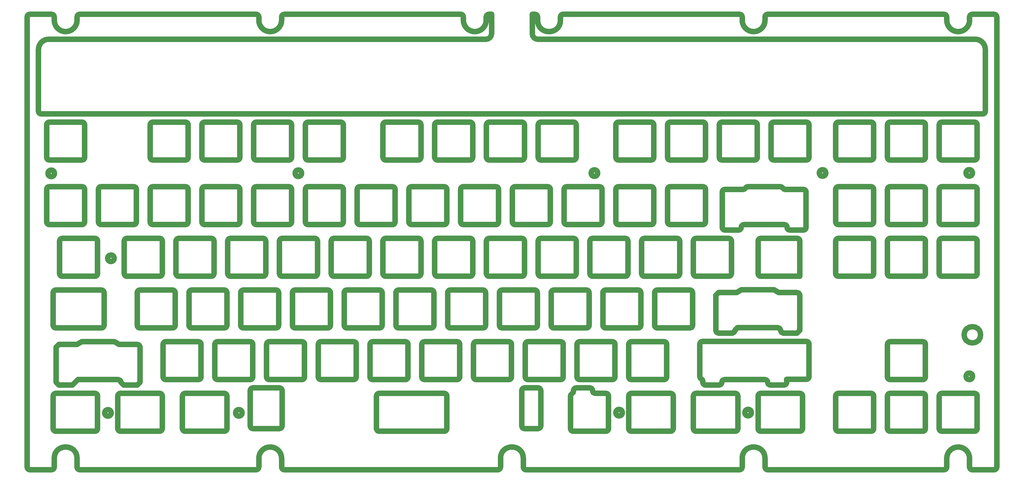
<source format=gbr>
%TF.GenerationSoftware,KiCad,Pcbnew,7.0.5*%
%TF.CreationDate,2023-07-12T21:54:34+02:00*%
%TF.ProjectId,Strata_ANSI,53747261-7461-45f4-914e-53492e6b6963,rev?*%
%TF.SameCoordinates,Original*%
%TF.FileFunction,Soldermask,Bot*%
%TF.FilePolarity,Negative*%
%FSLAX46Y46*%
G04 Gerber Fmt 4.6, Leading zero omitted, Abs format (unit mm)*
G04 Created by KiCad (PCBNEW 7.0.5) date 2023-07-12 21:54:34*
%MOMM*%
%LPD*%
G01*
G04 APERTURE LIST*
%ADD10C,2.000000*%
G04 APERTURE END LIST*
D10*
X30522459Y54269890D02*
X16141201Y54269982D01*
X122010669Y153281862D02*
G75*
G03*
X121010644Y154281869I-1000069J-62D01*
G01*
X221224034Y193040597D02*
G75*
G03*
X220224049Y194040434I-999934J-97D01*
G01*
X118535491Y130469416D02*
G75*
G03*
X117535484Y129469377I9J-1000016D01*
G01*
X192447667Y73318870D02*
X180447661Y73318947D01*
X130535497Y130469295D02*
X118535491Y130469372D01*
X-17102293Y97420186D02*
G75*
G03*
X-16102286Y98420211I-7J1000014D01*
G01*
X287697993Y116468288D02*
G75*
G03*
X288698000Y117468282I-38J1000045D01*
G01*
X-14721163Y78370156D02*
G75*
G03*
X-13721156Y79370185I63J999944D01*
G01*
X304946043Y193039725D02*
X304946238Y191840603D01*
X227072846Y98418664D02*
X227072922Y110418670D01*
X111484913Y40269380D02*
G75*
G03*
X112484920Y41269362I-13J1000020D01*
G01*
X287698145Y140280800D02*
G75*
G03*
X288698152Y141280795I33J999974D01*
G01*
X103247524Y60319431D02*
G75*
G03*
X104247530Y59319424I1000076J69D01*
G01*
X94722736Y92369502D02*
X106722742Y92369426D01*
X145939667Y184840902D02*
X306964188Y184839877D01*
X201972704Y78368812D02*
X189972698Y78368889D01*
X12472608Y79370019D02*
X12472685Y91370025D01*
X306748244Y154280687D02*
X294748238Y154280763D01*
X87672643Y78369550D02*
G75*
G03*
X88672650Y79369534I57J999950D01*
G01*
X69622669Y91369662D02*
G75*
G03*
X68622722Y92369669I-999969J38D01*
G01*
X42335601Y154282406D02*
G75*
G03*
X41335594Y153282375I-1J-1000006D01*
G01*
X31522711Y91369904D02*
G75*
G03*
X30522701Y92369911I-1000111J-104D01*
G01*
X-1814580Y129470137D02*
X-1814657Y117470130D01*
X141639376Y26074346D02*
X220223725Y26073845D01*
X74385536Y141282158D02*
X74385612Y153282165D01*
X166135021Y55269028D02*
G75*
G03*
X167135032Y54269021I1000079J72D01*
G01*
X149585419Y116469174D02*
G75*
G03*
X150585426Y117469161I-19J1000026D01*
G01*
X50834887Y41269806D02*
G75*
G03*
X51834894Y42269748I13J999994D01*
G01*
X78147516Y59319577D02*
G75*
G03*
X79147523Y60319584I-116J1000123D01*
G01*
X31810240Y98419906D02*
X31810317Y110419913D01*
X-32483589Y91370311D02*
X-32483666Y79370305D01*
X155347613Y72319106D02*
G75*
G03*
X154347647Y73319113I-1000113J-106D01*
G01*
X47097589Y73319818D02*
G75*
G03*
X46097582Y72319801I11J-1000018D01*
G01*
X-34864666Y117470341D02*
G75*
G03*
X-33864680Y116470334I1000066J59D01*
G01*
X212517778Y76454092D02*
X211810572Y76746745D01*
X244837334Y59409633D02*
X237604353Y59409628D01*
X169922770Y91369023D02*
X169922694Y79369017D01*
X-487575Y58331692D02*
X-1487235Y57331353D01*
X198210406Y110418854D02*
X198210330Y98418847D01*
X287697630Y59318257D02*
G75*
G03*
X288697636Y60318251I92J999914D01*
G01*
X155635505Y129469135D02*
X155635428Y117469128D01*
X193447570Y72318863D02*
G75*
G03*
X192447667Y73318870I-999970J37D01*
G01*
X60097589Y72319712D02*
X60097513Y60319705D01*
X225785700Y154281202D02*
X213785694Y154281278D01*
X192447578Y59318915D02*
G75*
G03*
X193447585Y60318857I22J999985D01*
G01*
X223310547Y130468705D02*
X235310554Y130468628D01*
X106722653Y78369419D02*
X94722647Y78369495D01*
X101960272Y97419421D02*
G75*
G03*
X102960279Y98419453I28J999979D01*
G01*
X229623210Y30274500D02*
G75*
G03*
X221223210Y30273131I-4200000J-700D01*
G01*
X185210406Y111418937D02*
X197210412Y111418861D01*
X296546238Y191839234D02*
G75*
G03*
X304946238Y191840603I4200000J592D01*
G01*
X4235492Y140282604D02*
X16235498Y140282528D01*
X178160313Y97418974D02*
X166160306Y97419051D01*
X195828791Y53268838D02*
X195828715Y41268832D01*
X-14814581Y130470220D02*
X-2814575Y130470144D01*
X65147516Y60319673D02*
X65147592Y72319680D01*
X189972787Y92368920D02*
G75*
G03*
X188972780Y91368902I13J-1000020D01*
G01*
X61385612Y154282295D02*
G75*
G03*
X60385605Y153282254I-12J-999995D01*
G01*
X228072476Y40268626D02*
X242453734Y40268534D01*
X175685522Y130468985D02*
G75*
G03*
X174685515Y129469014I-122J-999885D01*
G01*
X204259963Y40268777D02*
X218641221Y40268686D01*
X145902242Y191840193D02*
G75*
G03*
X154302238Y191841562I4199998J687D01*
G01*
X178160313Y97418880D02*
G75*
G03*
X179160320Y98418968I-113J1000120D01*
G01*
X309746013Y157280669D02*
X-36866674Y157282875D01*
X108010281Y98419421D02*
X108010358Y110419428D01*
X31522376Y41269877D02*
X31522453Y53269883D01*
X-31983066Y135376348D02*
G75*
G03*
X-31983066Y135376348I-1200000J0D01*
G01*
X154302043Y193040684D02*
X154302238Y191841562D01*
X165160351Y98419058D02*
G75*
G03*
X166160306Y97419051I1000049J42D01*
G01*
X112484975Y53269368D02*
G75*
G03*
X111485002Y54269375I-999975J32D01*
G01*
X-7671312Y54270133D02*
X6709946Y54270042D01*
X136585418Y117469250D02*
X136585494Y129469256D01*
X306748155Y140280679D02*
G75*
G03*
X307748162Y141280673I32J999975D01*
G01*
X193447585Y60318857D02*
X193447661Y72318863D01*
X101960361Y111419467D02*
X89960354Y111419543D01*
X144822674Y78369220D02*
G75*
G03*
X145822680Y79369170I26J999980D01*
G01*
X128060375Y111419301D02*
X140060381Y111419224D01*
X-22666648Y194041954D02*
G75*
G03*
X-23666654Y193041817I48J-1000054D01*
G01*
X-6487235Y57329653D02*
X-7487574Y58329313D01*
X211513019Y90453752D02*
X212512679Y91454092D01*
X219641293Y53268686D02*
G75*
G03*
X218641310Y54268693I-999993J14D01*
G01*
X158575634Y54166803D02*
G75*
G03*
X158016271Y53269079I440666J-897703D01*
G01*
X193735677Y153281405D02*
X193735600Y141281399D01*
X-34864675Y117470341D02*
X-34864598Y129470347D01*
X306748003Y116468166D02*
G75*
G03*
X307748010Y117468161I-40J1000047D01*
G01*
X123297630Y73319277D02*
G75*
G03*
X122297623Y72319316I-130J-999877D01*
G01*
X255648210Y153281011D02*
X255648134Y141281005D01*
X140078680Y42269187D02*
G75*
G03*
X141078685Y41269180I1000020J13D01*
G01*
X23285439Y130469978D02*
X35285446Y130469901D01*
X126772805Y91369298D02*
G75*
G03*
X125772752Y92369305I-1000105J-98D01*
G01*
X160397644Y72319074D02*
X160397567Y60319067D01*
X268648223Y154280929D02*
X256648217Y154281006D01*
X293747594Y53268215D02*
X293747518Y41268208D01*
X159110303Y97419091D02*
G75*
G03*
X160110309Y98419090I-103J1000109D01*
G01*
X226785618Y141281189D02*
X226785695Y153281195D01*
X78147516Y59319590D02*
X66147510Y59319666D01*
X306747519Y40268125D02*
G75*
G03*
X307747525Y41268119I-38J1000044D01*
G01*
X-23666654Y193041817D02*
X-23666459Y191842695D01*
X159110303Y97419095D02*
X147110296Y97419172D01*
X16141112Y40269974D02*
X30522369Y40269883D01*
X256647944Y111418463D02*
G75*
G03*
X255647937Y110418488I56J-1000063D01*
G01*
X147078778Y55269149D02*
X147078695Y42269142D01*
X102960590Y153281983D02*
G75*
G03*
X101960633Y154281990I-999990J17D01*
G01*
X27047409Y60319916D02*
G75*
G03*
X28047489Y59319909I999991J-16D01*
G01*
X234393097Y78461528D02*
X219517098Y78456472D01*
X-41062442Y194042148D02*
G75*
G03*
X-42062448Y193041934I42J-1000048D01*
G01*
X118577541Y191840368D02*
X118577345Y193041250D01*
X89960354Y111419553D02*
G75*
G03*
X88960347Y110419549I46J-1000053D01*
G01*
X141060324Y110419217D02*
G75*
G03*
X140060381Y111419224I-999924J83D01*
G01*
X175685584Y140281513D02*
X187685591Y140281437D01*
X187685528Y130468931D02*
X175685522Y130469008D01*
X-6289758Y98420148D02*
G75*
G03*
X-5289786Y97420142I1000058J52D01*
G01*
X220084484Y91956665D02*
X220950339Y92456960D01*
X-22666972Y26075392D02*
X42255028Y26074978D01*
X287697719Y73318264D02*
X275697712Y73318341D01*
X217260439Y110418732D02*
G75*
G03*
X216260422Y111418739I-999939J68D01*
G01*
X174685666Y153281527D02*
X174685590Y141281520D01*
X269647945Y110418399D02*
X269647869Y98418393D01*
X70910255Y97419657D02*
X82910261Y97419580D01*
X294748238Y154280763D02*
G75*
G03*
X293748231Y153280769I83J-1000090D01*
G01*
X-8671374Y41270133D02*
G75*
G03*
X-7671401Y40270126I1000074J67D01*
G01*
X112772663Y79369381D02*
X112772739Y91369387D01*
X269647581Y53268368D02*
X269647505Y41268362D01*
X52655352Y194041554D02*
G75*
G03*
X51655346Y193041338I48J-1000054D01*
G01*
X307748162Y141280673D02*
X307748238Y153280680D01*
X175685433Y116469000D02*
X187685439Y116468924D01*
X86578620Y41269527D02*
G75*
G03*
X87578650Y40269520I1000080J73D01*
G01*
X142347551Y59319182D02*
X154347558Y59319105D01*
X128939279Y194041015D02*
X127977352Y194041021D01*
X226785602Y153281195D02*
G75*
G03*
X225785700Y154281202I-1000002J5D01*
G01*
X234682729Y91461627D02*
X241388678Y91463906D01*
X127060293Y98419300D02*
G75*
G03*
X128060286Y97419293I1000007J0D01*
G01*
X12760220Y98420027D02*
G75*
G03*
X13760224Y97420020I1000080J73D01*
G01*
X54335519Y140282274D02*
G75*
G03*
X55335526Y141282280I-119J1000126D01*
G01*
X-32483602Y79370305D02*
G75*
G03*
X-31483672Y78370298I999902J-105D01*
G01*
X219641228Y41268680D02*
X219641304Y53268686D01*
X188685644Y153281437D02*
G75*
G03*
X187685680Y154281444I-999944J63D01*
G01*
X73385618Y154282172D02*
X61385612Y154282248D01*
X275697623Y59318333D02*
X287697630Y59318257D01*
X150872631Y79369138D02*
G75*
G03*
X151872677Y78369131I1000069J62D01*
G01*
X73385377Y116469616D02*
G75*
G03*
X74385384Y117469645I23J999984D01*
G01*
X212728326Y57318667D02*
G75*
G03*
X213728333Y58318727I74J999933D01*
G01*
X125772663Y78369330D02*
G75*
G03*
X126772670Y79369292I37J999970D01*
G01*
X94722736Y92369471D02*
G75*
G03*
X93722729Y91369508I-136J-999871D01*
G01*
X73385377Y116469651D02*
X61385371Y116469728D01*
X274698220Y153280890D02*
X274698144Y141280884D01*
X121010282Y97419338D02*
X109010275Y97419414D01*
X60385328Y117469735D02*
G75*
G03*
X61385371Y116469728I1000072J65D01*
G01*
X-34084499Y184842048D02*
X126939220Y184841023D01*
X66147599Y73319708D02*
G75*
G03*
X65147592Y72319680I1J-1000008D01*
G01*
X274697705Y72318346D02*
X274697629Y60318340D01*
X-21864674Y116470267D02*
G75*
G03*
X-20864667Y117470252I74J999933D01*
G01*
X154347558Y59319136D02*
G75*
G03*
X155347564Y60319099I42J999964D01*
G01*
X150585502Y129469167D02*
X150585426Y117469161D01*
X180447539Y54268936D02*
X194828797Y54268845D01*
X288697713Y72318257D02*
G75*
G03*
X287697719Y73318264I-999969J38D01*
G01*
X195828745Y53268838D02*
G75*
G03*
X194828797Y54268845I-999945J62D01*
G01*
X117247655Y72319348D02*
G75*
G03*
X116247626Y73319355I-999955J52D01*
G01*
X275697955Y111418362D02*
G75*
G03*
X274697948Y110418367I55J-1000062D01*
G01*
X237604353Y59409628D02*
X237604346Y58318575D01*
X-29102299Y97420293D02*
X-17102293Y97420217D01*
X244835622Y140281073D02*
X232835615Y140281150D01*
X220950339Y92456960D02*
X232950338Y92461038D01*
X131535495Y129469288D02*
G75*
G03*
X130535497Y130469295I-999995J12D01*
G01*
X30522369Y40269924D02*
G75*
G03*
X31522376Y41269877I31J999976D01*
G01*
X188685446Y117468918D02*
X188685522Y129468925D01*
X18522694Y92370012D02*
G75*
G03*
X17522688Y91369993I6J-1000012D01*
G01*
X51834962Y55269755D02*
G75*
G03*
X50834982Y56269762I-999962J45D01*
G01*
X111485398Y116469395D02*
G75*
G03*
X112485405Y117469403I-98J1000105D01*
G01*
X50860278Y98419785D02*
G75*
G03*
X51860245Y97419778I999922J-85D01*
G01*
X236176628Y129968652D02*
G75*
G03*
X235310554Y130468628I-866028J-500052D01*
G01*
X255647865Y98418482D02*
G75*
G03*
X256647855Y97418475I999975J-32D01*
G01*
X132822756Y92369251D02*
G75*
G03*
X131822749Y91369266I44J-1000051D01*
G01*
X268647983Y116468410D02*
G75*
G03*
X269647990Y117468403I-33J1000040D01*
G01*
X88672650Y79369534D02*
X88672726Y91369540D01*
X-17102567Y54270193D02*
X-31483825Y54270285D01*
X206643553Y73409646D02*
G75*
G03*
X205643554Y72409613I47J-1000046D01*
G01*
X187685680Y154281444D02*
X175685673Y154281521D01*
X214872537Y129468758D02*
X221578489Y129468715D01*
X-30368332Y72321537D02*
X-23662383Y72323816D01*
X165160312Y98419058D02*
X165160389Y110419064D01*
X44810241Y97419823D02*
X32810234Y97419899D01*
X11472691Y92370032D02*
X-527316Y92370109D01*
X234393097Y78461528D02*
X235100303Y78168875D01*
X288698152Y141280795D02*
X288698228Y153280801D01*
X108010314Y98419421D02*
G75*
G03*
X109010275Y97419414I999886J-121D01*
G01*
X165135044Y56269035D02*
X160135041Y56269067D01*
X294747965Y111418240D02*
X306747971Y111418164D01*
X-14814581Y130470188D02*
G75*
G03*
X-15814588Y129470226I-19J-999988D01*
G01*
X79147598Y72319591D02*
G75*
G03*
X78147605Y73319598I-999998J9D01*
G01*
X242456236Y97419029D02*
X229455924Y97418648D01*
X51834976Y55269755D02*
X51834894Y42269748D01*
X206735601Y140281292D02*
G75*
G03*
X207735608Y141281310I-101J1000108D01*
G01*
X-30363233Y57321538D02*
X-31363573Y58321198D01*
X85197609Y73319598D02*
G75*
G03*
X84197602Y72319559I-9J-999998D01*
G01*
X40078637Y42269823D02*
X40078720Y55269830D01*
X-20864439Y153282771D02*
X-20864516Y141282764D01*
X40078616Y42269823D02*
G75*
G03*
X41078631Y41269816I999884J-123D01*
G01*
X116247537Y59319348D02*
X104247530Y59319424D01*
X204260416Y111418816D02*
X216260422Y111418739D01*
X231835650Y141281156D02*
G75*
G03*
X232835615Y140281150I1000050J44D01*
G01*
X-31483825Y54270332D02*
G75*
G03*
X-32483832Y53270291I25J-1000032D01*
G01*
X172016202Y41268983D02*
X172016279Y53268990D01*
X243453842Y53268535D02*
G75*
G03*
X242453823Y54268542I-999942J65D01*
G01*
X-8671395Y41270133D02*
X-8671319Y53270139D01*
X17235505Y141282522D02*
X17235581Y153282528D01*
X202972788Y91368813D02*
X202972711Y79368807D01*
X245835681Y153281074D02*
G75*
G03*
X244835711Y154281081I-999981J26D01*
G01*
X174685515Y129469014D02*
X174685439Y117469007D01*
X218641310Y54268693D02*
X204260052Y54268785D01*
X55335602Y153282286D02*
X55335526Y141282280D01*
X252016898Y135518194D02*
G75*
G03*
X252016898Y135518194I-1200000J0D01*
G01*
X151872766Y92369140D02*
G75*
G03*
X150872760Y91369145I34J-1000040D01*
G01*
X189972787Y92368896D02*
X201972794Y92368820D01*
X305946049Y194039888D02*
G75*
G03*
X304946043Y193039725I46J-1000052D01*
G01*
X122297603Y60319310D02*
G75*
G03*
X123297541Y59319303I999897J-110D01*
G01*
X242095884Y91171253D02*
X242389018Y90464246D01*
X160397560Y60319067D02*
G75*
G03*
X161397561Y59319060I1000040J33D01*
G01*
X-527316Y92370123D02*
G75*
G03*
X-1527323Y91370114I16J-1000023D01*
G01*
X221224242Y191839714D02*
G75*
G03*
X229624238Y191841082I4199998J616D01*
G01*
X109010637Y154281970D02*
G75*
G03*
X108010630Y153281951I-37J-999970D01*
G01*
X147110569Y140281695D02*
X159110575Y140281619D01*
X146078688Y41269148D02*
X141078685Y41269180D01*
X268648072Y130468416D02*
X256648065Y130468493D01*
X4235429Y130470099D02*
X16235436Y130470022D01*
X84197526Y60319552D02*
X84197602Y72319559D01*
X212728326Y57318733D02*
X207728324Y57318764D01*
X64860258Y98419696D02*
X64860334Y110419702D01*
X212785687Y153281284D02*
X212785611Y141281278D01*
X143939725Y194040920D02*
X143939680Y186840914D01*
X205643562Y60409606D02*
X205643554Y72409613D01*
X-2814664Y116470057D02*
G75*
G03*
X-1814657Y117470130I64J999943D01*
G01*
X-29102210Y111420317D02*
G75*
G03*
X-30102217Y110420306I10J-1000017D01*
G01*
X274697871Y98418361D02*
X274697948Y110418367D01*
X61385522Y140282240D02*
X73385529Y140282164D01*
X242453823Y54268542D02*
X228072565Y54268633D01*
X31522490Y53269883D02*
G75*
G03*
X30522459Y54269890I-1000090J-83D01*
G01*
X-9930673Y73328484D02*
X-9064477Y72828778D01*
X27047571Y72319922D02*
X27047495Y60319916D01*
X269648141Y141280916D02*
X269648218Y153280922D01*
X309746013Y157280669D02*
G75*
G03*
X310746019Y158280663I-58J1000064D01*
G01*
X243453741Y41268528D02*
X243453817Y53268535D01*
X188972689Y79368896D02*
G75*
G03*
X189972698Y78368889I1000011J4D01*
G01*
X255647985Y117468492D02*
G75*
G03*
X256647976Y116468485I999975J-32D01*
G01*
X256647976Y116468485D02*
X268647983Y116468409D01*
X104247620Y73319487D02*
G75*
G03*
X103247613Y72319437I-20J-999987D01*
G01*
X132822667Y78369252D02*
X144822674Y78369176D01*
X118535402Y116469364D02*
X130535408Y116469288D01*
X145822784Y91369177D02*
G75*
G03*
X144822763Y92369184I-1000084J-77D01*
G01*
X206728329Y58318771D02*
X206728331Y58631300D01*
X194735532Y130468875D02*
G75*
G03*
X193735525Y129468892I-132J-999875D01*
G01*
X-33864440Y154282847D02*
G75*
G03*
X-34864447Y153282860I40J-1000047D01*
G01*
X218517438Y77456132D02*
X218224785Y76748925D01*
X-33864591Y130470298D02*
G75*
G03*
X-34864598Y129470347I-9J-999998D01*
G01*
X41335518Y141282369D02*
X41335594Y153282375D01*
X166160395Y111419058D02*
X178160402Y111418982D01*
X-23667513Y30276112D02*
G75*
G03*
X-32067487Y30274743I-4199987J-712D01*
G01*
X193735449Y117468886D02*
X193735525Y129468892D01*
X182922783Y92368941D02*
X170922777Y92369018D01*
X211810572Y76746745D02*
X211517438Y77453753D01*
X229623779Y27073616D02*
G75*
G03*
X230623725Y26073779I999921J84D01*
G01*
X179160396Y110418975D02*
X179160320Y98418968D01*
X-16102649Y41270180D02*
X-16102573Y53270187D01*
X135297547Y59319246D02*
G75*
G03*
X136297554Y60319221I53J999954D01*
G01*
X287697872Y97418277D02*
X275697865Y97418354D01*
X122010365Y110419339D02*
X122010289Y98419332D01*
X51860245Y97419778D02*
X63860251Y97419702D01*
X51655346Y193041338D02*
X51655541Y191842216D01*
X161397561Y59319060D02*
X173397568Y59318984D01*
X174685613Y141281520D02*
G75*
G03*
X175685584Y140281513I999887J-120D01*
G01*
X36285614Y153282407D02*
G75*
G03*
X35285597Y154282414I-1000114J-107D01*
G01*
X236748466Y116468612D02*
X221872458Y116468706D01*
X173397568Y59319025D02*
G75*
G03*
X174397575Y60318978I32J999975D01*
G01*
X185210406Y111418901D02*
G75*
G03*
X184210399Y110418943I-6J-1000001D01*
G01*
X255647497Y41268451D02*
X255647574Y53268457D01*
X188685598Y141281431D02*
X188685674Y153281437D01*
X88672747Y91369540D02*
G75*
G03*
X87672732Y92369547I-999947J60D01*
G01*
X8997568Y73320039D02*
G75*
G03*
X7997561Y72320043I32J-1000039D01*
G01*
X172016296Y53268990D02*
G75*
G03*
X171016284Y54268996I-1000096J-90D01*
G01*
X82910350Y111419588D02*
X70910344Y111419664D01*
X-16102176Y110420217D02*
G75*
G03*
X-17102204Y111420224I-999924J83D01*
G01*
X183922701Y79368928D02*
X183922777Y91368934D01*
X52655028Y26074912D02*
X131239376Y26074412D01*
X74672616Y79369623D02*
G75*
G03*
X75672636Y78369616I999884J-123D01*
G01*
X231835621Y141281156D02*
X231835697Y153281163D01*
X88960235Y98419542D02*
G75*
G03*
X89960265Y97419535I1000065J58D01*
G01*
X194735684Y154281423D02*
G75*
G03*
X193735677Y153281405I16J-1000023D01*
G01*
X220224049Y194040434D02*
X155302049Y194040847D01*
X-32066541Y191841326D02*
G75*
G03*
X-23666459Y191842695I4200041J674D01*
G01*
X107722736Y91369419D02*
X107722660Y79369413D01*
X-33066972Y26075466D02*
G75*
G03*
X-32066966Y27075621I72J999934D01*
G01*
X287698234Y154280808D02*
X275698227Y154280884D01*
X45810324Y110419823D02*
X45810248Y98419817D01*
X206735690Y154281323D02*
X194735684Y154281399D01*
X293748231Y153280769D02*
X293748154Y141280762D01*
X244748546Y128468567D02*
X244748464Y115468560D01*
X145902013Y193041076D02*
G75*
G03*
X144902049Y194040913I-1000113J-276D01*
G01*
X234682729Y91461627D02*
X233816534Y91961333D01*
X136297630Y72319227D02*
X136297554Y60319221D01*
X103247536Y60319431D02*
X103247613Y72319437D01*
X269647990Y117468403D02*
X269648066Y129468409D01*
X87578739Y54269527D02*
X111485002Y54269375D01*
X243748457Y114468566D02*
X238748454Y114468598D01*
X-1814556Y129470137D02*
G75*
G03*
X-2814575Y130470144I-999944J63D01*
G01*
X99485392Y116469485D02*
X111485398Y116469409D01*
X-32066654Y193042209D02*
G75*
G03*
X-33066648Y194042046I-999946J-109D01*
G01*
X16235498Y140282495D02*
G75*
G03*
X17235505Y141282522I2J1000005D01*
G01*
X220223725Y26073869D02*
G75*
G03*
X221223731Y27074008I-25J1000031D01*
G01*
X118577539Y191840368D02*
G75*
G03*
X126977541Y191841737I4200001J682D01*
G01*
X20997575Y73319961D02*
X8997568Y73320038D01*
X164872762Y91369056D02*
G75*
G03*
X163872773Y92369062I-999962J44D01*
G01*
X256648217Y154280990D02*
G75*
G03*
X255648210Y153281011I-117J-999890D01*
G01*
X150872683Y79369138D02*
X150872760Y91369145D01*
X98485385Y117469492D02*
G75*
G03*
X99485392Y116469485I1000015J8D01*
G01*
X-9995844Y104062566D02*
G75*
G03*
X-9995844Y104062566I-1200000J0D01*
G01*
X160110626Y153281619D02*
G75*
G03*
X159110664Y154281626I-999926J81D01*
G01*
X51654512Y30275632D02*
X51655034Y27074749D01*
X17522580Y79369987D02*
G75*
G03*
X18522605Y78369980I1000020J13D01*
G01*
X74672718Y91369630D02*
X74672642Y79369623D01*
X236176580Y129968625D02*
G75*
G03*
X237042599Y129468617I866020J499975D01*
G01*
X288698076Y129468288D02*
G75*
G03*
X287698082Y130468295I-1000047J-40D01*
G01*
X93435395Y117469524D02*
X93435471Y129469531D01*
X236604339Y57318554D02*
G75*
G03*
X237604346Y58318575I61J999946D01*
G01*
X145822680Y79369170D02*
X145822757Y91369177D01*
X102960267Y110419460D02*
G75*
G03*
X101960361Y111419467I-999967J40D01*
G01*
X156635511Y130469095D02*
G75*
G03*
X155635505Y129469135I-11J-999995D01*
G01*
X135297547Y59319226D02*
X123297541Y59319303D01*
X127060616Y141281823D02*
G75*
G03*
X128060558Y140281816I999884J-123D01*
G01*
X230604313Y58318619D02*
G75*
G03*
X231604337Y57318613I999887J-119D01*
G01*
X307747966Y110418157D02*
X307747889Y98418150D01*
X229624043Y193040205D02*
X229624238Y191841082D01*
X244748574Y128468567D02*
G75*
G03*
X243748552Y129468574I-1000074J-67D01*
G01*
X22285483Y141282490D02*
G75*
G03*
X23285502Y140282483I1000017J10D01*
G01*
X174397692Y72318985D02*
G75*
G03*
X173397657Y73318992I-1000092J-85D01*
G01*
X3235404Y141282611D02*
G75*
G03*
X4235492Y140282604I999996J-11D01*
G01*
X217260417Y110418732D02*
X217260340Y98418726D01*
X-17102656Y40270149D02*
G75*
G03*
X-16102649Y41270180I56J999951D01*
G01*
X294748149Y140280756D02*
X306748155Y140280679D01*
X255648059Y129468499D02*
X255647982Y117468492D01*
X229623210Y30274500D02*
X229623731Y27073616D01*
X204260052Y54268755D02*
G75*
G03*
X203260045Y53268791I48J-1000055D01*
G01*
X141347582Y60319188D02*
G75*
G03*
X142347551Y59319182I999918J-88D01*
G01*
X79435406Y117469613D02*
G75*
G03*
X80435381Y116469606I999894J-113D01*
G01*
X-31483583Y92370289D02*
G75*
G03*
X-32483589Y91370311I-17J-999989D01*
G01*
X155635422Y117469128D02*
G75*
G03*
X156635422Y116469122I1000078J72D01*
G01*
X275698138Y140280877D02*
X287698145Y140280800D01*
X102960279Y98419453D02*
X102960355Y110419460D01*
X159016189Y40269065D02*
X171016195Y40268989D01*
X54335367Y116469772D02*
X42335361Y116469849D01*
X56622715Y92369792D02*
G75*
G03*
X55622708Y91369751I-15J-999992D01*
G01*
X306747608Y54268133D02*
X294747601Y54268209D01*
X101960544Y140281949D02*
G75*
G03*
X102960551Y141281976I56J999951D01*
G01*
X41047540Y72319833D02*
G75*
G03*
X40047585Y73319840I-999940J67D01*
G01*
X235686570Y76754861D02*
X235393437Y77461868D01*
X314960000Y193040000D02*
G75*
G03*
X313960006Y194039837I-999931J-94D01*
G01*
X274697629Y60318340D02*
G75*
G03*
X275697623Y59318333I1000095J88D01*
G01*
X194828708Y40268837D02*
X180447450Y40268929D01*
X306747882Y97418156D02*
G75*
G03*
X307747889Y98418150I3J1000004D01*
G01*
X127060564Y141281823D02*
X127060641Y153281830D01*
X112485516Y129469409D02*
G75*
G03*
X111485487Y130469416I-1000116J-109D01*
G01*
X50572690Y91369783D02*
G75*
G03*
X49572711Y92369790I-999990J17D01*
G01*
X179447456Y41268936D02*
X179447533Y53268942D01*
X88960559Y141282066D02*
G75*
G03*
X89960538Y140282059I999941J-66D01*
G01*
X-23667488Y30276112D02*
X-23666966Y27075229D01*
X59016922Y135421799D02*
G75*
G03*
X59016922Y135421799I-1200000J0D01*
G01*
X268647862Y97418401D02*
G75*
G03*
X269647869Y98418393I8J999999D01*
G01*
X160110403Y110419096D02*
G75*
G03*
X159110392Y111419103I-1000103J-96D01*
G01*
X-14721073Y92370199D02*
X-31483583Y92370306D01*
X218224785Y76748925D02*
X217517778Y76455792D01*
X296546043Y193040117D02*
G75*
G03*
X295546049Y194039954I-1000001J-164D01*
G01*
X256647581Y54268452D02*
X268647587Y54268375D01*
X20997486Y59320008D02*
G75*
G03*
X21997492Y60319948I14J999992D01*
G01*
X184210322Y98418936D02*
X184210399Y110418943D01*
X60385605Y153282254D02*
X60385528Y141282247D01*
X89960627Y154282080D02*
G75*
G03*
X88960620Y153282072I-27J-999980D01*
G01*
X7710273Y110420066D02*
G75*
G03*
X6710309Y111420073I-999973J34D01*
G01*
X28047578Y73319929D02*
G75*
G03*
X27047571Y72319922I22J-1000029D01*
G01*
X45810330Y110419823D02*
G75*
G03*
X44810330Y111419830I-999930J77D01*
G01*
X-785127Y72038699D02*
X-491993Y71331692D01*
X207735510Y129468803D02*
G75*
G03*
X206735539Y130468810I-1000110J-103D01*
G01*
X269647585Y53268368D02*
G75*
G03*
X268647587Y54268375I-1000015J-8D01*
G01*
X97197527Y59319466D02*
G75*
G03*
X98197534Y60319463I73J999934D01*
G01*
X17235535Y153282528D02*
G75*
G03*
X16235587Y154282535I-999935J72D01*
G01*
X117535364Y117469371D02*
G75*
G03*
X118535402Y116469364I1000036J29D01*
G01*
X245837325Y72409641D02*
X245837334Y60409634D01*
X17235422Y129470016D02*
G75*
G03*
X16235436Y130470022I-999922J84D01*
G01*
X98485474Y129469499D02*
X98485397Y117469492D01*
X-8198282Y72329072D02*
X-9064477Y72828778D01*
X216260333Y97418660D02*
G75*
G03*
X217260340Y98418726I67J999940D01*
G01*
X255647544Y41268451D02*
G75*
G03*
X256647492Y40268444I1000056J49D01*
G01*
X35285508Y140282385D02*
G75*
G03*
X36285515Y141282401I-108J1000115D01*
G01*
X-42035492Y27075346D02*
G75*
G03*
X-41035406Y26075508I999992J154D01*
G01*
X121010644Y154281869D02*
X109010637Y154281945D01*
X50834887Y41269754D02*
X41078631Y41269816D01*
X59097506Y59319687D02*
G75*
G03*
X60097513Y60319705I-106J1000113D01*
G01*
X230604326Y58318619D02*
G75*
G03*
X229604348Y59318626I-999926J81D01*
G01*
X206581905Y59151985D02*
X206185947Y59520456D01*
X166160395Y111419111D02*
G75*
G03*
X165160389Y110419064I5J-1000011D01*
G01*
X268647498Y40268365D02*
G75*
G03*
X269647505Y41268362I-38J1000045D01*
G01*
X-527405Y78370101D02*
X11472602Y78370025D01*
X126772747Y91369298D02*
X126772670Y79369292D01*
X13760313Y111420028D02*
X25760320Y111419952D01*
X106722653Y78369440D02*
G75*
G03*
X107722660Y79369413I47J999960D01*
G01*
X293748154Y141280762D02*
G75*
G03*
X294748149Y140280756I1000003J-3D01*
G01*
X60385377Y117469735D02*
X60385453Y129469741D01*
X66147599Y73319674D02*
X78147605Y73319598D01*
X275697591Y54268336D02*
G75*
G03*
X274697584Y53268336I19J-1000026D01*
G01*
X132239382Y27074575D02*
X132238861Y30273697D01*
X274697513Y41268330D02*
G75*
G03*
X275697502Y40268323I1000097J90D01*
G01*
X168635518Y130469053D02*
X156635511Y130469129D01*
X305945725Y26073300D02*
X313987041Y26073248D01*
X12472732Y91370025D02*
G75*
G03*
X11472691Y92370032I-999932J75D01*
G01*
X287697872Y97418277D02*
G75*
G03*
X288697879Y98418271I6J1000001D01*
G01*
X80435470Y130469637D02*
G75*
G03*
X79435463Y129469620I30J-1000037D01*
G01*
X-32066459Y191841326D02*
X-32066655Y193042209D01*
X236393776Y76462208D02*
X235686570Y76754861D01*
X126939220Y184840967D02*
G75*
G03*
X128939233Y186841010I80J1999933D01*
G01*
X-30102217Y110420306D02*
X-30102293Y98420300D01*
X42255352Y194041567D02*
X-22666648Y194041980D01*
X70910344Y111419663D02*
G75*
G03*
X69910337Y110419670I56J-1000063D01*
G01*
X310746164Y181057853D02*
X310746019Y158280663D01*
X-41035406Y26075508D02*
X-33066972Y26075458D01*
X179160382Y110418975D02*
G75*
G03*
X178160402Y111418982I-999982J25D01*
G01*
X122010345Y110419339D02*
G75*
G03*
X121010371Y111419345I-999945J61D01*
G01*
X-21930672Y73324405D02*
X-9930673Y73328484D01*
X275698076Y130468371D02*
G75*
G03*
X274698069Y129468377I14J-1000021D01*
G01*
X275697955Y111418361D02*
X287697961Y111418285D01*
X140060565Y140281728D02*
G75*
G03*
X141060572Y141281734I35J999972D01*
G01*
X-34084499Y184842023D02*
G75*
G03*
X-37866523Y181060072I-1J-3782023D01*
G01*
X313987041Y26073248D02*
G75*
G03*
X314987048Y27073411I79J999928D01*
G01*
X42335601Y154282369D02*
X54335608Y154282293D01*
X84197545Y60319552D02*
G75*
G03*
X85197520Y59319545I1000055J48D01*
G01*
X4235429Y130470078D02*
G75*
G03*
X3235422Y129470105I-129J-999878D01*
G01*
X145902238Y191840193D02*
X145902043Y193041076D01*
X307747525Y41268119D02*
X307747602Y53268126D01*
X59097506Y59319711D02*
X47097500Y59319788D01*
X141347633Y72319195D02*
X141347557Y60319188D01*
X31522619Y79369898D02*
X31522695Y91369904D01*
X75672636Y78369616D02*
X87672643Y78369540D01*
X16235587Y154282535D02*
X4235581Y154282612D01*
X61385460Y130469735D02*
X73385467Y130469659D01*
X127060292Y98419300D02*
X127060368Y110419306D01*
X-20864591Y129470258D02*
X-20864667Y117470252D01*
X203260045Y53268791D02*
X203259969Y41268784D01*
X296546238Y191839234D02*
X296546043Y193040117D01*
X17522688Y91369993D02*
X17522611Y79369987D01*
X213872450Y115468757D02*
G75*
G03*
X214872441Y114468750I1000050J43D01*
G01*
X128060375Y111419332D02*
G75*
G03*
X127060368Y110419306I25J-1000032D01*
G01*
X74385572Y153282165D02*
G75*
G03*
X73385618Y154282172I-999972J35D01*
G01*
X93722695Y79369502D02*
G75*
G03*
X94722647Y78369495I999905J-102D01*
G01*
X87672732Y92369547D02*
X75672725Y92369624D01*
X-32066966Y27075621D02*
X-32067487Y30274743D01*
X307748238Y153280680D02*
G75*
G03*
X306748244Y154280687I-1000062J-55D01*
G01*
X117577352Y194041087D02*
X52655352Y194041501D01*
X41335562Y141282369D02*
G75*
G03*
X42335512Y140282362I1000038J31D01*
G01*
X307748010Y117468161D02*
X307748087Y129468167D01*
X65147466Y60319673D02*
G75*
G03*
X66147510Y59319666I1000034J27D01*
G01*
X-1527399Y79370108D02*
G75*
G03*
X-527405Y78370101I999999J-8D01*
G01*
X36572622Y79369865D02*
X36572698Y91369872D01*
X160110582Y141281613D02*
X160110659Y153281619D01*
X109010365Y111419342D02*
G75*
G03*
X108010358Y110419428I35J-1000042D01*
G01*
X51654508Y30275632D02*
G75*
G03*
X43254512Y30274263I-4199998J-682D01*
G01*
X-32483923Y41270284D02*
G75*
G03*
X-31483914Y40270277I1000023J16D01*
G01*
X173397657Y73318992D02*
X161397650Y73319068D01*
X42255028Y26074966D02*
G75*
G03*
X43255034Y27075141I72J999934D01*
G01*
X288697636Y60318251D02*
X288697713Y72318257D01*
X93435438Y129469531D02*
G75*
G03*
X92435477Y130469538I-999938J69D01*
G01*
X205643569Y60409606D02*
G75*
G03*
X206185947Y59520456I999831J-106D01*
G01*
X83910388Y110419581D02*
G75*
G03*
X82910350Y111419588I-1000088J-81D01*
G01*
X51860334Y111419773D02*
G75*
G03*
X50860327Y110419791I-134J-999873D01*
G01*
X83910268Y98419575D02*
X83910345Y110419581D01*
X113772746Y92369381D02*
X125772752Y92369305D01*
X194828708Y40268885D02*
G75*
G03*
X195828715Y41268832I-8J1000015D01*
G01*
X143939702Y186840914D02*
G75*
G03*
X145939667Y184840902I1999898J-114D01*
G01*
X304945731Y27073137D02*
G75*
G03*
X305945725Y26073300I999982J145D01*
G01*
X85197609Y73319553D02*
X97197616Y73319476D01*
X21997561Y72319954D02*
G75*
G03*
X20997575Y73319961I-999961J46D01*
G01*
X220084484Y91956665D02*
X219218628Y91456371D01*
X-24363573Y58323577D02*
X-23363913Y59323917D01*
X293747518Y41268208D02*
G75*
G03*
X294747512Y40268202I999970J-36D01*
G01*
X256648128Y140280998D02*
X268648134Y140280922D01*
X188685531Y129468925D02*
G75*
G03*
X187685528Y130468931I-999931J75D01*
G01*
X194735595Y140281392D02*
X206735601Y140281316D01*
X170922688Y78369010D02*
X182922694Y78368934D01*
X-20864422Y153282771D02*
G75*
G03*
X-21864433Y154282778I-1000078J-71D01*
G01*
X30522612Y78369881D02*
G75*
G03*
X31522619Y79369898I-112J1000119D01*
G01*
X36285515Y141282401D02*
X36285592Y153282407D01*
X-21864674Y116470257D02*
X-33864680Y116470334D01*
X180447661Y73318946D02*
G75*
G03*
X179447654Y72318953I39J-1000046D01*
G01*
X294748086Y130468250D02*
G75*
G03*
X293748079Y129468256I9J-1000016D01*
G01*
X169635436Y117469039D02*
X169635512Y129469046D01*
X255648198Y141281005D02*
G75*
G03*
X256648128Y140280998I999902J-105D01*
G01*
X293748079Y129468256D02*
X293748003Y117468250D01*
X-16102607Y53270187D02*
G75*
G03*
X-17102567Y54270193I-999993J13D01*
G01*
X269648066Y129468409D02*
G75*
G03*
X268648072Y130468416I-1000096J-89D01*
G01*
X204260416Y111418791D02*
G75*
G03*
X203260409Y110418822I-116J-999891D01*
G01*
X207735533Y129468803D02*
X207735456Y117468797D01*
X177102357Y47136880D02*
G75*
G03*
X177102357Y47136880I-1200000J0D01*
G01*
X98197610Y72319470D02*
X98197534Y60319463D01*
X294747601Y54268209D02*
G75*
G03*
X293747594Y53268215I-57J-999950D01*
G01*
X55335480Y129469773D02*
G75*
G03*
X54335456Y130469780I-1000080J-73D01*
G01*
X55335450Y129469773D02*
X55335374Y117469767D01*
X-15814688Y117470219D02*
G75*
G03*
X-14814670Y116470212I999888J-119D01*
G01*
X171016284Y54268996D02*
X167135032Y54269021D01*
X50572705Y91369783D02*
X50572629Y79369776D01*
X74385461Y129469652D02*
X74385384Y117469645D01*
X187685439Y116468854D02*
G75*
G03*
X188685446Y117468918I61J999946D01*
G01*
X-37866725Y158282881D02*
G75*
G03*
X-36866674Y157282875I1000025J19D01*
G01*
X166135035Y55269028D02*
G75*
G03*
X165135044Y56269035I-999935J72D01*
G01*
X242453734Y40268459D02*
G75*
G03*
X243453741Y41268528I66J999941D01*
G01*
X141078781Y56269188D02*
X146078784Y56269156D01*
X293748003Y117468250D02*
G75*
G03*
X294747997Y116468243I1000059J52D01*
G01*
X221223731Y27074008D02*
X221223210Y30273131D01*
X-31363573Y58321198D02*
X-31367992Y71321197D01*
X141078781Y56269226D02*
G75*
G03*
X140078774Y55269194I19J-1000026D01*
G01*
X158016165Y41269072D02*
G75*
G03*
X159016189Y40269065I1000035J28D01*
G01*
X219872444Y114468718D02*
X214872441Y114468750D01*
X203260333Y98418815D02*
X203260409Y110418822D01*
X294747997Y116468243D02*
X306748003Y116468166D01*
X147078756Y55269149D02*
G75*
G03*
X146078784Y56269156I-999956J51D01*
G01*
X141060375Y110419217D02*
X141060299Y98419211D01*
X93722652Y79369502D02*
X93722729Y91369508D01*
X101960633Y154281990D02*
X89960627Y154282066D01*
X310746164Y181057853D02*
G75*
G03*
X306964188Y184839877I-3782025J-1D01*
G01*
X228072929Y111418664D02*
X241456242Y111418579D01*
X149585419Y116469166D02*
X137585412Y116469243D01*
X109010365Y111419422D02*
X121010371Y111419345D01*
X197210323Y97418853D02*
X185210317Y97418929D01*
X288697592Y53268247D02*
G75*
G03*
X287697597Y54268254I-999967J40D01*
G01*
X140060292Y97419217D02*
X128060286Y97419293D01*
X40047496Y59319797D02*
G75*
G03*
X41047503Y60319827I4J1000003D01*
G01*
X268648134Y140280919D02*
G75*
G03*
X269648141Y141280916I106J999901D01*
G01*
X92435477Y130469538D02*
X80435470Y130469614D01*
X159110664Y154281626D02*
X147110658Y154281703D01*
X68622632Y78369661D02*
G75*
G03*
X69622639Y79369655I68J999939D01*
G01*
X194735532Y130468887D02*
X206735539Y130468810D01*
X-37866668Y158282881D02*
X-37866523Y181060072D01*
X23285591Y154282516D02*
G75*
G03*
X22285584Y153282496I9J-1000016D01*
G01*
X154347647Y73319113D02*
X142347640Y73319189D01*
X313960006Y194039837D02*
X305946049Y194039888D01*
X-31483672Y78370298D02*
X-14721163Y78370191D01*
X47097589Y73319795D02*
X59097595Y73319719D01*
X307747966Y110418157D02*
G75*
G03*
X306747971Y111418164I-1000003J4D01*
G01*
X117247620Y72319348D02*
X117247544Y60319342D01*
X141060647Y153281740D02*
G75*
G03*
X140060654Y154281747I-999947J60D01*
G01*
X198210361Y110418854D02*
G75*
G03*
X197210412Y111418861I-999961J46D01*
G01*
X87578739Y54269468D02*
G75*
G03*
X86578732Y53269533I61J-1000068D01*
G01*
X6709857Y40270034D02*
X-7671401Y40270126D01*
X112485405Y117469403D02*
X112485481Y129469409D01*
X23285502Y140282483D02*
X35285508Y140282407D01*
X107722726Y91369419D02*
G75*
G03*
X106722742Y92369426I-999926J81D01*
G01*
X92435388Y116469505D02*
G75*
G03*
X93435395Y117469524I12J999995D01*
G01*
X25760231Y97419944D02*
X13760224Y97420020D01*
X140060292Y97419201D02*
G75*
G03*
X141060299Y98419211I-92J1000099D01*
G01*
X241393776Y76463907D02*
X236393776Y76462208D01*
X35285357Y116469936D02*
G75*
G03*
X36285364Y117469888I43J999964D01*
G01*
X137585501Y130469250D02*
X149585508Y130469174D01*
X-33864440Y154282854D02*
X-21864433Y154282778D01*
X42335450Y130469857D02*
G75*
G03*
X41335443Y129469862I50J-1000057D01*
G01*
X213785605Y140281271D02*
X225785611Y140281194D01*
X242393436Y77464247D02*
X241393776Y76463907D01*
X306747882Y97418156D02*
X294747876Y97418232D01*
X221872458Y116468749D02*
G75*
G03*
X220872451Y115468712I42J-1000049D01*
G01*
X125772663Y78369297D02*
X113772657Y78369374D01*
X159135034Y55269073D02*
X159135033Y55064455D01*
X217517778Y76455792D02*
X212517778Y76454092D01*
X3235574Y153282618D02*
X3235497Y141282611D01*
X-32483832Y53270291D02*
X-32483908Y41270284D01*
X229455924Y97418648D02*
X228072840Y97418657D01*
X89960538Y140282059D02*
X101960544Y140281982D01*
X18522605Y78369980D02*
X30522612Y78369903D01*
X32810323Y111419883D02*
G75*
G03*
X31810317Y110419913I-123J-999883D01*
G01*
X274697584Y53268336D02*
X274697508Y41268330D01*
X55622632Y79369744D02*
X55622708Y91369751D01*
X136297634Y72319227D02*
G75*
G03*
X135297636Y73319234I-999934J73D01*
G01*
X54335367Y116469826D02*
G75*
G03*
X55335374Y117469767I33J999974D01*
G01*
X184210329Y98418936D02*
G75*
G03*
X185210317Y97418929I1000071J64D01*
G01*
X-25363233Y57323237D02*
X-30363233Y57321538D01*
X41078727Y56269880D02*
G75*
G03*
X40078720Y55269830I-27J-999980D01*
G01*
X7997561Y72320043D02*
X7997485Y60320037D01*
X127977352Y194040954D02*
G75*
G03*
X126977346Y193040858I48J-1000054D01*
G01*
X-42062448Y193041934D02*
X-42035400Y27075346D01*
X235100303Y78168875D02*
X235393437Y77461868D01*
X35285357Y116469894D02*
X23285350Y116469970D01*
X37572705Y92369866D02*
X49572711Y92369790D01*
X304945210Y30274020D02*
X304945731Y27073137D01*
X228072565Y54268642D02*
G75*
G03*
X227072558Y53268639I35J-1000042D01*
G01*
X293747882Y98418239D02*
X293747958Y110418246D01*
X179447539Y60318946D02*
G75*
G03*
X180447572Y59318939I1000061J54D01*
G01*
X111484913Y40269368D02*
X87578650Y40269520D01*
X-8198282Y72329072D02*
X-1492333Y72331352D01*
X245835705Y153281074D02*
X245835628Y141281067D01*
X31810299Y98419906D02*
G75*
G03*
X32810234Y97419899I999901J-106D01*
G01*
X44810241Y97419752D02*
G75*
G03*
X45810248Y98419817I59J999948D01*
G01*
X36572659Y79369865D02*
G75*
G03*
X37572616Y78369859I1000041J35D01*
G01*
X160135041Y56269066D02*
G75*
G03*
X159135034Y55269073I59J-1000066D01*
G01*
X306748093Y130468174D02*
X294748086Y130468250D01*
X294747512Y40268202D02*
X306747519Y40268125D01*
X41335349Y117469856D02*
G75*
G03*
X42335361Y116469849I1000051J44D01*
G01*
X46097488Y60319795D02*
G75*
G03*
X47097500Y59319788I1000012J5D01*
G01*
X26760352Y110419945D02*
G75*
G03*
X25760320Y111419952I-999952J55D01*
G01*
X64860309Y110419702D02*
G75*
G03*
X63860340Y111419709I-1000109J-102D01*
G01*
X-8487914Y59328973D02*
X-7780708Y59036320D01*
X-8487914Y59328973D02*
X-23363913Y59323917D01*
X227072558Y53268639D02*
X227072482Y41268633D01*
X136585443Y117469250D02*
G75*
G03*
X137585412Y116469243I1000057J50D01*
G01*
X242456236Y110418579D02*
X242456236Y97419029D01*
X151872766Y92369139D02*
X163872773Y92369062D01*
X155302049Y194040857D02*
G75*
G03*
X154302043Y193040684I51J-1000057D01*
G01*
X288697955Y110418278D02*
X288697879Y98418271D01*
X-491993Y71331692D02*
X-487575Y58331692D01*
X11472602Y78369992D02*
G75*
G03*
X12472608Y79370019I-2J1000008D01*
G01*
X37572705Y92369902D02*
G75*
G03*
X36572698Y91369872I-5J-1000002D01*
G01*
X242456279Y110418579D02*
G75*
G03*
X241456242Y111418579I-1000079J-79D01*
G01*
X213785694Y154281313D02*
G75*
G03*
X212785687Y153281284I6J-1000013D01*
G01*
X193735479Y117468886D02*
G75*
G03*
X194735443Y116468879I999921J-86D01*
G01*
X256648065Y130468541D02*
G75*
G03*
X255648059Y129468499I35J-1000041D01*
G01*
X140060565Y140281740D02*
X128060558Y140281816D01*
X182922694Y78368899D02*
G75*
G03*
X183922701Y79368928I6J1000001D01*
G01*
X-1527323Y91370114D02*
X-1527399Y79370108D01*
X230624049Y194040357D02*
G75*
G03*
X229624043Y193040205I51J-1000057D01*
G01*
X63860340Y111419709D02*
X51860334Y111419785D01*
X137585501Y130469306D02*
G75*
G03*
X136585494Y129469256I-1J-1000006D01*
G01*
X295546049Y194039954D02*
X230624049Y194040368D01*
X99485481Y130469526D02*
G75*
G03*
X98485474Y129469499I19J-1000026D01*
G01*
X168635429Y116469064D02*
G75*
G03*
X169635436Y117469039I71J999936D01*
G01*
X28047489Y59319909D02*
X40047496Y59319833D01*
X237042599Y129468617D02*
X243748552Y129468574D01*
X211517438Y77453753D02*
X211513019Y90453752D01*
X203260308Y98418815D02*
G75*
G03*
X204260327Y97418808I999892J-115D01*
G01*
X170922777Y92369030D02*
G75*
G03*
X169922770Y91369023I23J-1000030D01*
G01*
X296545731Y27073529D02*
X296545210Y30272651D01*
X79435463Y129469620D02*
X79435387Y117469613D01*
X206728364Y58318771D02*
G75*
G03*
X207728324Y57318764I1000036J29D01*
G01*
X307747602Y53268126D02*
G75*
G03*
X306747608Y54268133I-999924J83D01*
G01*
X147110385Y111419179D02*
X159110392Y111419103D01*
X307748087Y129468167D02*
G75*
G03*
X306748093Y130468174I-1000004J3D01*
G01*
X147110658Y154281749D02*
G75*
G03*
X146110651Y153281708I42J-1000049D01*
G01*
X269648219Y153280922D02*
G75*
G03*
X268648223Y154280929I-999909J98D01*
G01*
X201972704Y78368789D02*
G75*
G03*
X202972711Y79368807I-104J1000111D01*
G01*
X41078727Y56269824D02*
X50834982Y56269762D01*
X32810323Y111419907D02*
X44810330Y111419830D01*
X8997479Y59320030D02*
X20997486Y59319954D01*
X49572622Y78369771D02*
G75*
G03*
X50572629Y79369776I-122J1000129D01*
G01*
X-33066648Y194042046D02*
X-41062442Y194042097D01*
X-1492333Y72331352D02*
X-785127Y72038699D01*
X242389018Y90464246D02*
X242393436Y77464247D01*
X206735449Y116468803D02*
X194735443Y116468879D01*
X146110651Y153281708D02*
X146110575Y141281702D01*
X207735608Y141281310D02*
X207735684Y153281316D01*
X156635422Y116469122D02*
X168635429Y116469045D01*
X130535408Y116469285D02*
G75*
G03*
X131535415Y117469282I-108J1000115D01*
G01*
X-17102204Y111420224D02*
X-29102210Y111420301D01*
X60097619Y72319712D02*
G75*
G03*
X59097595Y73319719I-1000119J-112D01*
G01*
X104247620Y73319432D02*
X116247626Y73319355D01*
X232835704Y154281203D02*
G75*
G03*
X231835697Y153281163I-4J-1000003D01*
G01*
X213872447Y115468757D02*
X213872530Y128468764D01*
X232950338Y92461038D02*
X233816534Y91961333D01*
X50860327Y110419791D02*
X50860250Y98419785D01*
X121010555Y140281838D02*
G75*
G03*
X122010562Y141281855I45J999962D01*
G01*
X13760313Y111419994D02*
G75*
G03*
X12760306Y110420034I-13J-999994D01*
G01*
X112772574Y79369381D02*
G75*
G03*
X113772657Y78369374I1000026J19D01*
G01*
X169922710Y79369017D02*
G75*
G03*
X170922688Y78369010I999890J-117D01*
G01*
X274697994Y117468371D02*
G75*
G03*
X275697987Y116468364I1000016J9D01*
G01*
X117535484Y129469377D02*
X117535408Y117469371D01*
X131822652Y79369259D02*
G75*
G03*
X132822667Y78369252I1000048J41D01*
G01*
X268647498Y40268368D02*
X256647492Y40268444D01*
X22285584Y153282496D02*
X22285508Y141282490D01*
X179447429Y41268936D02*
G75*
G03*
X180447450Y40268929I1000071J64D01*
G01*
X7710227Y98420059D02*
X7710303Y110420066D01*
X269647946Y110418399D02*
G75*
G03*
X268647951Y111418406I-1000086J-79D01*
G01*
X35285597Y154282414D02*
X23285591Y154282490D01*
X97197527Y59319469D02*
X85197520Y59319545D01*
X275697502Y40268323D02*
X287697508Y40268246D01*
X140639346Y27074183D02*
G75*
G03*
X141639376Y26074346I1000054J217D01*
G01*
X3235391Y117470098D02*
G75*
G03*
X4235340Y116470091I999909J-98D01*
G01*
X22285270Y117469977D02*
G75*
G03*
X23285350Y116469970I1000030J23D01*
G01*
X-21864522Y140282816D02*
G75*
G03*
X-20864516Y141282764I22J999984D01*
G01*
X-15814664Y117470219D02*
X-15814588Y129470226D01*
X295545725Y26073366D02*
G75*
G03*
X296545731Y27073529I94J999912D01*
G01*
X75672725Y92369682D02*
G75*
G03*
X74672718Y91369630I-25J-999982D01*
G01*
X180447572Y59318939D02*
X192447578Y59318863D01*
X146078688Y41269205D02*
G75*
G03*
X147078695Y42269142I12J999995D01*
G01*
X122297547Y60319310D02*
X122297623Y72319316D01*
X255647861Y98418482D02*
X255647937Y110418488D01*
X275697712Y73318335D02*
G75*
G03*
X274697705Y72318346I-32J-999975D01*
G01*
X183922741Y91368934D02*
G75*
G03*
X182922783Y92368941I-999941J66D01*
G01*
X218517438Y77456132D02*
X219517098Y78456472D01*
X155347564Y60319099D02*
X155347641Y72319106D01*
X-1487235Y57331353D02*
X-6487235Y57329653D01*
X108010630Y153281951D02*
X108010554Y141281944D01*
X43255539Y191840847D02*
G75*
G03*
X51655541Y191842216I4200001J683D01*
G01*
X180447539Y54268967D02*
G75*
G03*
X179447533Y53268942I-39J-999967D01*
G01*
X274697871Y98418361D02*
G75*
G03*
X275697865Y97418354I1000018J11D01*
G01*
X-34864553Y141282853D02*
G75*
G03*
X-33864529Y140282847I1000053J47D01*
G01*
X-11097620Y47042882D02*
G75*
G03*
X-11097620Y47042882I-1200000J0D01*
G01*
X275698227Y154280880D02*
G75*
G03*
X274698220Y153280890I-87J-999920D01*
G01*
X-5289697Y111420204D02*
G75*
G03*
X-6289704Y110420155I-3J-1000004D01*
G01*
X126977346Y193040858D02*
X126977541Y191841737D01*
X207735723Y153281316D02*
G75*
G03*
X206735690Y154281323I-999923J84D01*
G01*
X223310547Y130468704D02*
G75*
G03*
X222444518Y129968710I53J-1000104D01*
G01*
X244837334Y59409566D02*
G75*
G03*
X245837334Y60409634I66J999934D01*
G01*
X275697987Y116468364D02*
X287697993Y116468288D01*
X150585474Y129469167D02*
G75*
G03*
X149585508Y130469174I-999974J33D01*
G01*
X-22796527Y72824111D02*
X-21930672Y73324405D01*
X69910337Y110419670D02*
X69910261Y98419664D01*
X73385529Y140282164D02*
G75*
G03*
X74385536Y141282158I71J999936D01*
G01*
X244835622Y140281072D02*
G75*
G03*
X245835628Y141281067I-122J1000128D01*
G01*
X88960347Y110419549D02*
X88960271Y98419542D01*
X-33864591Y130470341D02*
X-21864585Y130470265D01*
X293747882Y98418239D02*
G75*
G03*
X294747876Y97418232I1000064J57D01*
G01*
X21997492Y60319948D02*
X21997569Y72319954D01*
X274698147Y141280884D02*
G75*
G03*
X275698138Y140280877I999963J-44D01*
G01*
X306054359Y60529174D02*
G75*
G03*
X306054359Y60529174I-1200000J0D01*
G01*
X245837340Y72409641D02*
G75*
G03*
X244837324Y73409640I-999940J59D01*
G01*
X7709942Y53270035D02*
G75*
G03*
X6709946Y54270042I-999942J65D01*
G01*
X36285501Y129469894D02*
G75*
G03*
X35285446Y130469901I-1000101J-94D01*
G01*
X16141201Y54270006D02*
G75*
G03*
X15141194Y53269988I-1J-1000006D01*
G01*
X41335367Y117469856D02*
X41335443Y129469862D01*
X43255034Y27075141D02*
X43254512Y30274263D01*
X146110272Y98419179D02*
G75*
G03*
X147110296Y97419172I1000028J21D01*
G01*
X26760314Y110419945D02*
X26760237Y98419938D01*
X163872684Y78369055D02*
X151872677Y78369131D01*
X56622715Y92369745D02*
X68622722Y92369669D01*
X193735592Y141281399D02*
G75*
G03*
X194735595Y140281392I1000008J1D01*
G01*
X-16102286Y98420211D02*
X-16102209Y110420217D01*
X158016271Y53269079D02*
X158016195Y41269072D01*
X16235347Y116470047D02*
G75*
G03*
X17235353Y117470009I53J999953D01*
G01*
X-6289704Y110420155D02*
X-6289780Y98420148D01*
X30522701Y92369911D02*
X18522694Y92369987D01*
X116247537Y59319356D02*
G75*
G03*
X117247544Y60319342I63J999944D01*
G01*
X54335519Y140282285D02*
X42335512Y140282362D01*
X206728331Y58631300D02*
X206581905Y59151985D01*
X98197576Y72319470D02*
G75*
G03*
X97197616Y73319476I-999976J30D01*
G01*
X128060648Y154281824D02*
X140060654Y154281747D01*
X17235430Y129470016D02*
X17235353Y117470009D01*
X111485487Y130469416D02*
X99485481Y130469493D01*
X287697508Y40268246D02*
G75*
G03*
X288697515Y41268241I-35J1000042D01*
G01*
X237748512Y115468605D02*
G75*
G03*
X236748466Y116468612I-1000112J-105D01*
G01*
X63860251Y97419742D02*
G75*
G03*
X64860258Y98419696I49J999958D01*
G01*
X203259877Y41268784D02*
G75*
G03*
X204259963Y40268777I1000023J16D01*
G01*
X46097505Y60319795D02*
X46097582Y72319801D01*
X80435381Y116469606D02*
X92435388Y116469530D01*
X147110385Y111419222D02*
G75*
G03*
X146110378Y110419185I15J-1000022D01*
G01*
X212512679Y91454092D02*
X219218628Y91456371D01*
X68622632Y78369661D02*
X56622626Y78369737D01*
X36285440Y129469894D02*
X36285364Y117469888D01*
X164872767Y91369056D02*
X164872691Y79369049D01*
X188972704Y79368896D02*
X188972780Y91368902D01*
X41047503Y60319827D02*
X41047579Y72319833D01*
X79147600Y72319591D02*
X79147523Y60319584D01*
X179447654Y72318953D02*
X179447577Y60318946D01*
X214872537Y129468770D02*
G75*
G03*
X213872530Y128468764I-37J-999970D01*
G01*
X219872444Y114468749D02*
G75*
G03*
X220872451Y115468712I56J999951D01*
G01*
X227072526Y41268633D02*
G75*
G03*
X228072476Y40268626I1000074J67D01*
G01*
X159110575Y140281618D02*
G75*
G03*
X160110582Y141281613I25J999982D01*
G01*
X61385460Y130469747D02*
G75*
G03*
X60385453Y129469741I40J-1000047D01*
G01*
X55622637Y79369744D02*
G75*
G03*
X56622626Y78369737I1000063J56D01*
G01*
X288697955Y110418278D02*
G75*
G03*
X287697961Y111418285I-1000045J-38D01*
G01*
X6709857Y40270037D02*
G75*
G03*
X7709863Y41270029I43J999963D01*
G01*
X224602351Y47160604D02*
G75*
G03*
X224602351Y47160604I-1200000J0D01*
G01*
X175685673Y154281534D02*
G75*
G03*
X174685666Y153281527I27J-1000034D01*
G01*
X15141194Y53269988D02*
X15141117Y41269981D01*
X142347640Y73319167D02*
G75*
G03*
X141347633Y72319195I60J-1000067D01*
G01*
X43255367Y193041730D02*
G75*
G03*
X42255352Y194041567I-1000067J-230D01*
G01*
X304945210Y30274020D02*
G75*
G03*
X296545210Y30272651I-4200000J-622D01*
G01*
X89960265Y97419535D02*
X101960272Y97419459D01*
X-13721156Y79370185D02*
X-13721079Y91370192D01*
X7709940Y53270035D02*
X7709863Y41270029D01*
X-20864635Y129470258D02*
G75*
G03*
X-21864585Y130470265I-999965J42D01*
G01*
X288697515Y41268241D02*
X288697592Y53268247D01*
X241388678Y91463906D02*
X242095884Y91171253D01*
X51655012Y27074749D02*
G75*
G03*
X52655028Y26074912I999888J51D01*
G01*
X212785571Y141281278D02*
G75*
G03*
X213785605Y140281271I1000029J22D01*
G01*
X-5289786Y97420142D02*
X6710220Y97420065D01*
X140078691Y42269187D02*
X140078774Y55269194D01*
X55335593Y153282286D02*
G75*
G03*
X54335608Y154282293I-999993J14D01*
G01*
X256647944Y111418482D02*
X268647951Y111418406D01*
X274698069Y129468377D02*
X274697993Y117468371D01*
X160110386Y110419096D02*
X160110309Y98419090D01*
X12760230Y98420027D02*
X12760306Y110420034D01*
X131535415Y117469282D02*
X131535492Y129469288D01*
X230623725Y26073779D02*
X295545725Y26073366D01*
X161397650Y73319056D02*
G75*
G03*
X160397644Y72319074I50J-1000056D01*
G01*
X216260333Y97418732D02*
X204260327Y97418808D01*
X16235347Y116470015D02*
X4235340Y116470091D01*
X314987048Y27073411D02*
X314960000Y193040000D01*
X40047585Y73319840D02*
X28047578Y73319916D01*
X158575635Y54166802D02*
G75*
G03*
X159135033Y55064455I-440435J897598D01*
G01*
X102960551Y141281976D02*
X102960628Y153281983D01*
X202972820Y91368813D02*
G75*
G03*
X201972794Y92368820I-999920J87D01*
G01*
X6710220Y97420073D02*
G75*
G03*
X7710227Y98420059I-20J1000027D01*
G01*
X49572622Y78369782D02*
X37572616Y78369859D01*
X306016892Y135545165D02*
G75*
G03*
X306016892Y135545165I-1200000J0D01*
G01*
X108010537Y141281944D02*
G75*
G03*
X109010548Y140281937I1000063J56D01*
G01*
X288698228Y153280801D02*
G75*
G03*
X287698234Y154280808I-1000033J-26D01*
G01*
X-34864523Y141282853D02*
X-34864447Y153282860D01*
X128060648Y154281759D02*
G75*
G03*
X127060641Y153281830I52J-1000059D01*
G01*
X294747965Y111418240D02*
G75*
G03*
X293747958Y110418246I54J-1000061D01*
G01*
X140638859Y30275066D02*
G75*
G03*
X132238861Y30273697I-4199999J-716D01*
G01*
X15141074Y41269981D02*
G75*
G03*
X16141112Y40269974I1000026J19D01*
G01*
X22285356Y117469977D02*
X22285433Y129469983D01*
X88960620Y153282072D02*
X88960544Y141282066D01*
X-24363573Y58323577D02*
X-25363233Y57323237D01*
X256647581Y54268426D02*
G75*
G03*
X255647574Y53268457I19J-1000026D01*
G01*
X122010562Y141281855D02*
X122010638Y153281862D01*
X168016909Y135476240D02*
G75*
G03*
X168016909Y135476240I-1200000J0D01*
G01*
X4235581Y154282626D02*
G75*
G03*
X3235574Y153282618I19J-1000026D01*
G01*
X7997530Y60320037D02*
G75*
G03*
X8997479Y59320030I1000070J63D01*
G01*
X221578489Y129468675D02*
G75*
G03*
X222444518Y129968710I-89J1000125D01*
G01*
X163872684Y78369109D02*
G75*
G03*
X164872691Y79369049I16J999991D01*
G01*
X146110302Y98419179D02*
X146110378Y110419185D01*
X112484996Y53269368D02*
X112484920Y41269362D01*
X-31483914Y40270277D02*
X-17102656Y40270186D01*
X221224238Y191839714D02*
X221224043Y193040597D01*
X171016195Y40268998D02*
G75*
G03*
X172016202Y41268983I5J1000002D01*
G01*
X113772746Y92369361D02*
G75*
G03*
X112772739Y91369387I54J-1000061D01*
G01*
X225785611Y140281182D02*
G75*
G03*
X226785618Y141281189I-111J1000118D01*
G01*
X243748457Y114468536D02*
G75*
G03*
X244748464Y115468560I43J999964D01*
G01*
X214728340Y59318767D02*
G75*
G03*
X213728333Y58318727I160J-1000167D01*
G01*
X131239376Y26074318D02*
G75*
G03*
X132239382Y27074575I-76J1000082D01*
G01*
X308972771Y75846697D02*
G75*
G03*
X308972771Y75846697I-3000000J0D01*
G01*
X-7780708Y59036320D02*
X-7487574Y58329313D01*
X206735449Y116468844D02*
G75*
G03*
X207735456Y117468797I51J999956D01*
G01*
X288698000Y117468282D02*
X288698076Y129468288D01*
X121010282Y97419311D02*
G75*
G03*
X122010289Y98419332I18J999989D01*
G01*
X197210323Y97418870D02*
G75*
G03*
X198210330Y98418847I-23J1000030D01*
G01*
X228072929Y111418678D02*
G75*
G03*
X227072922Y110418670I-29J-999978D01*
G01*
X144902049Y194040913D02*
X143939725Y194040920D01*
X43255541Y191840847D02*
X43255345Y193041730D01*
X82910261Y97419632D02*
G75*
G03*
X83910268Y98419575I39J999968D01*
G01*
X174397575Y60318978D02*
X174397651Y72318985D01*
X141060648Y153281740D02*
X141060572Y141281734D01*
X-13721101Y91370192D02*
G75*
G03*
X-14721073Y92370199I-999999J8D01*
G01*
X144822763Y92369184D02*
X132822756Y92369260D01*
X109010548Y140281937D02*
X121010555Y140281861D01*
X227072757Y98418664D02*
G75*
G03*
X228072840Y97418657I1000043J36D01*
G01*
X206643553Y73409614D02*
X244837324Y73409640D01*
X-2814664Y116470136D02*
X-14814670Y116470212D01*
X229604348Y59318626D02*
X214728340Y59318721D01*
X37102374Y47066956D02*
G75*
G03*
X37102374Y47066956I-1200000J0D01*
G01*
X-31367992Y71321197D02*
X-30368332Y72321537D01*
X140638861Y30275066D02*
X140639383Y27074183D01*
X69622716Y91369662D02*
X69622639Y79369655D01*
X118577387Y193041250D02*
G75*
G03*
X117577352Y194041087I-1000087J-250D01*
G01*
X218641221Y40268672D02*
G75*
G03*
X219641228Y41268680I-121J1000128D01*
G01*
X3235346Y117470098D02*
X3235422Y129470105D01*
X60385540Y141282247D02*
G75*
G03*
X61385522Y140282240I1000060J53D01*
G01*
X-23666908Y27075229D02*
G75*
G03*
X-22666972Y26075392I999908J71D01*
G01*
X169635553Y129469046D02*
G75*
G03*
X168635518Y130469053I-999953J54D01*
G01*
X174685500Y117469007D02*
G75*
G03*
X175685433Y116469000I999900J-107D01*
G01*
X287698082Y130468295D02*
X275698076Y130468371D01*
X268647862Y97418398D02*
X256647855Y97418475D01*
X236604339Y57318581D02*
X231604337Y57318613D01*
X128939233Y186841010D02*
X128939279Y194041015D01*
X187685591Y140281402D02*
G75*
G03*
X188685598Y141281431I9J999998D01*
G01*
X-22796527Y72824111D02*
X-23662383Y72323816D01*
X123297630Y73319310D02*
X135297636Y73319234D01*
X287697597Y54268254D02*
X275697591Y54268330D01*
X23285439Y130469967D02*
G75*
G03*
X22285433Y129469983I61J-1000067D01*
G01*
X69910257Y98419664D02*
G75*
G03*
X70910255Y97419657I1000043J36D01*
G01*
X6710309Y111420073D02*
X-5289697Y111420149D01*
X-7671312Y54270119D02*
G75*
G03*
X-8671319Y53270139I12J-1000019D01*
G01*
X86578656Y41269527D02*
X86578732Y53269533D01*
X232835704Y154281157D02*
X244835711Y154281081D01*
X131822749Y91369266D02*
X131822673Y79369259D01*
X237748498Y115468605D02*
G75*
G03*
X238748454Y114468598I999902J-105D01*
G01*
X-21864522Y140282770D02*
X-33864529Y140282847D01*
X-30102307Y98420300D02*
G75*
G03*
X-29102299Y97420293I1000007J0D01*
G01*
X74385459Y129469652D02*
G75*
G03*
X73385467Y130469659I-999959J48D01*
G01*
X146110595Y141281702D02*
G75*
G03*
X147110569Y140281695I999905J-102D01*
G01*
X25760231Y97419963D02*
G75*
G03*
X26760237Y98419938I69J999937D01*
G01*
X42335450Y130469856D02*
X54335456Y130469780D01*
M02*

</source>
